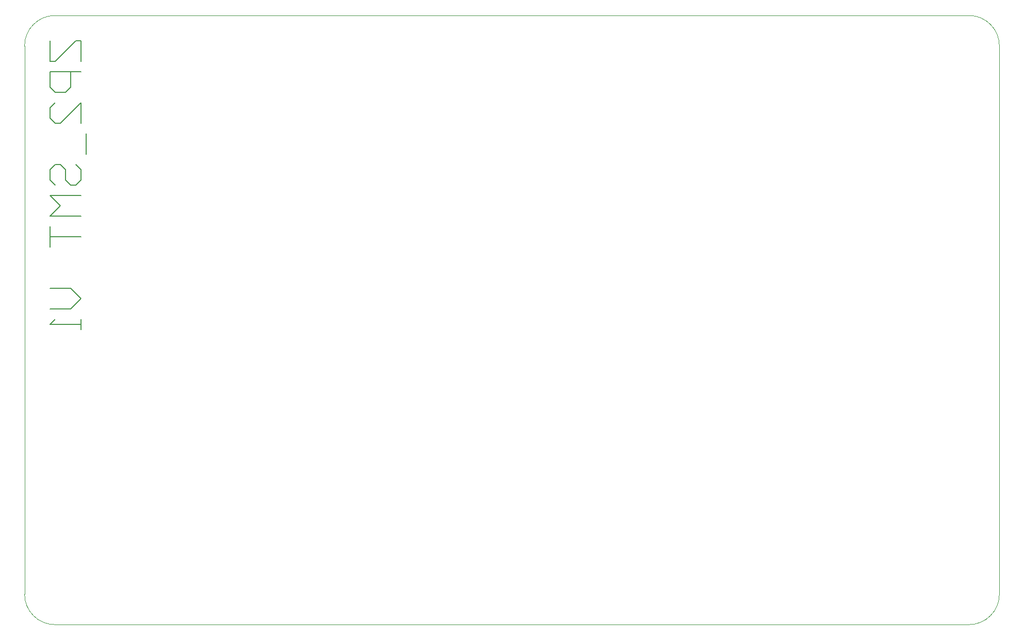
<source format=gbo>
G04*
G04 #@! TF.GenerationSoftware,Altium Limited,Altium Designer,20.1.12 (249)*
G04*
G04 Layer_Color=32896*
%FSLAX25Y25*%
%MOIN*%
G70*
G04*
G04 #@! TF.SameCoordinates,6C7D9CAF-E978-41D4-BD8A-455F840FEFA2*
G04*
G04*
G04 #@! TF.FilePolarity,Positive*
G04*
G01*
G75*
%ADD13C,0.00591*%
%ADD14C,0.00197*%
D13*
X16339Y377362D02*
Y364033D01*
X19671D01*
X33000Y377362D01*
X36332D01*
Y364033D01*
Y357369D02*
X16339D01*
Y347372D01*
X19671Y344040D01*
X26335D01*
X29668Y347372D01*
Y357369D01*
X36332Y324046D02*
Y337375D01*
X23003Y324046D01*
X19671D01*
X16339Y327378D01*
Y334043D01*
X19671Y337375D01*
X39664Y317382D02*
Y304053D01*
X19671Y284059D02*
X16339Y287391D01*
Y294056D01*
X19671Y297388D01*
X23003D01*
X26335Y294056D01*
Y287391D01*
X29668Y284059D01*
X33000D01*
X36332Y287391D01*
Y294056D01*
X33000Y297388D01*
X36332Y277395D02*
X16339D01*
X23003Y270730D01*
X16339Y264066D01*
X36332D01*
X16339Y257401D02*
Y244072D01*
Y250736D01*
X36332D01*
X16339Y217414D02*
X29668D01*
X36332Y210749D01*
X29668Y204085D01*
X16339D01*
X36332Y197420D02*
Y190756D01*
Y194088D01*
X16339D01*
X19671Y197420D01*
D14*
X610236Y0D02*
G03*
X629921Y19685I0J19685D01*
G01*
Y374016D02*
G03*
X610236Y393701I-19685J0D01*
G01*
X19685D02*
G03*
X0Y374016I0J-19685D01*
G01*
Y19685D02*
G03*
X19685Y0I19685J0D01*
G01*
Y393701D02*
X610236D01*
X629921Y19685D02*
Y374016D01*
X0Y19685D02*
Y374016D01*
X19685Y0D02*
X610236D01*
M02*

</source>
